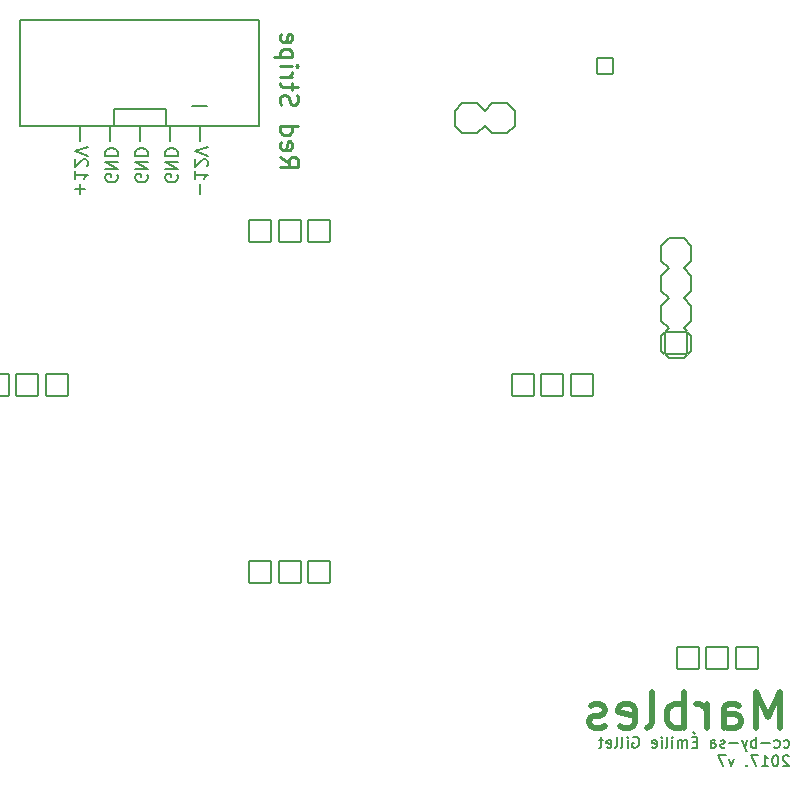
<source format=gbr>
%TF.GenerationSoftware,KiCad,Pcbnew,(6.0.11-0)*%
%TF.CreationDate,2023-03-06T21:55:09+01:00*%
%TF.ProjectId,marbles,6d617262-6c65-4732-9e6b-696361645f70,rev?*%
%TF.SameCoordinates,Original*%
%TF.FileFunction,Legend,Bot*%
%TF.FilePolarity,Positive*%
%FSLAX46Y46*%
G04 Gerber Fmt 4.6, Leading zero omitted, Abs format (unit mm)*
G04 Created by KiCad (PCBNEW (6.0.11-0)) date 2023-03-06 21:55:09*
%MOMM*%
%LPD*%
G01*
G04 APERTURE LIST*
G04 Aperture macros list*
%AMRoundRect*
0 Rectangle with rounded corners*
0 $1 Rounding radius*
0 $2 $3 $4 $5 $6 $7 $8 $9 X,Y pos of 4 corners*
0 Add a 4 corners polygon primitive as box body*
4,1,4,$2,$3,$4,$5,$6,$7,$8,$9,$2,$3,0*
0 Add four circle primitives for the rounded corners*
1,1,$1+$1,$2,$3*
1,1,$1+$1,$4,$5*
1,1,$1+$1,$6,$7*
1,1,$1+$1,$8,$9*
0 Add four rect primitives between the rounded corners*
20,1,$1+$1,$2,$3,$4,$5,0*
20,1,$1+$1,$4,$5,$6,$7,0*
20,1,$1+$1,$6,$7,$8,$9,0*
20,1,$1+$1,$8,$9,$2,$3,0*%
%AMFreePoly0*
4,1,25,0.575031,1.328373,0.579933,1.323882,1.323882,0.579933,1.345910,0.532692,1.346200,0.526051,1.346200,-0.526051,1.328373,-0.575031,1.323882,-0.579933,0.579933,-1.323882,0.532692,-1.345910,0.526051,-1.346200,-0.526051,-1.346200,-0.575031,-1.328373,-0.579933,-1.323882,-1.323882,-0.579933,-1.345910,-0.532692,-1.346200,-0.526051,-1.346200,0.526051,-1.328373,0.575031,-1.323882,0.579933,
-0.579933,1.323882,-0.532692,1.345910,-0.526051,1.346200,0.526051,1.346200,0.575031,1.328373,0.575031,1.328373,$1*%
%AMFreePoly1*
4,1,25,0.417216,0.947373,0.422118,0.942882,0.942882,0.422118,0.964910,0.374877,0.965200,0.368236,0.965200,-0.368236,0.947373,-0.417216,0.942882,-0.422118,0.422118,-0.942882,0.374877,-0.964910,0.368236,-0.965200,-0.368236,-0.965200,-0.417216,-0.947373,-0.422118,-0.942882,-0.942882,-0.422118,-0.964910,-0.374877,-0.965200,-0.368236,-0.965200,0.368236,-0.947373,0.417216,-0.942882,0.422118,
-0.422118,0.942882,-0.374877,0.964910,-0.368236,0.965200,0.368236,0.965200,0.417216,0.947373,0.417216,0.947373,$1*%
%AMFreePoly2*
4,1,25,0.301485,0.667973,0.306387,0.663482,0.663482,0.306387,0.685510,0.259146,0.685800,0.252505,0.685800,-0.252505,0.667973,-0.301485,0.663482,-0.306387,0.306387,-0.663482,0.259146,-0.685510,0.252505,-0.685800,-0.252505,-0.685800,-0.301485,-0.667973,-0.306387,-0.663482,-0.663482,-0.306387,-0.685510,-0.259146,-0.685800,-0.252505,-0.685800,0.252505,-0.667973,0.301485,-0.663482,0.306387,
-0.306387,0.663482,-0.259146,0.685510,-0.252505,0.685800,0.252505,0.685800,0.301485,0.667973,0.301485,0.667973,$1*%
%AMFreePoly3*
4,1,25,0.448779,1.023573,0.453681,1.019082,1.019082,0.453681,1.041110,0.406440,1.041400,0.399799,1.041400,-0.399799,1.023573,-0.448779,1.019082,-0.453681,0.453681,-1.019082,0.406440,-1.041110,0.399799,-1.041400,-0.399799,-1.041400,-0.448779,-1.023573,-0.453681,-1.019082,-1.019082,-0.453681,-1.041110,-0.406440,-1.041400,-0.399799,-1.041400,0.399799,-1.023573,0.448779,-1.019082,0.453681,
-0.453681,1.019082,-0.406440,1.041110,-0.399799,1.041400,0.399799,1.041400,0.448779,1.023573,0.448779,1.023573,$1*%
%AMFreePoly4*
4,1,25,0.438258,0.998173,0.443160,0.993682,0.993682,0.443160,1.015710,0.395919,1.016000,0.389278,1.016000,-0.389278,0.998173,-0.438258,0.993682,-0.443160,0.443160,-0.993682,0.395919,-1.015710,0.389278,-1.016000,-0.389278,-1.016000,-0.438258,-0.998173,-0.443160,-0.993682,-0.993682,-0.443160,-1.015710,-0.395919,-1.016000,-0.389278,-1.016000,0.389278,-0.998173,0.438258,-0.993682,0.443160,
-0.443160,0.993682,-0.395919,1.015710,-0.389278,1.016000,0.389278,1.016000,0.438258,0.998173,0.438258,0.998173,$1*%
G04 Aperture macros list end*
%ADD10C,0.152400*%
%ADD11C,0.533400*%
%ADD12C,0.190500*%
%ADD13C,0.163830*%
%ADD14C,0.266700*%
%ADD15C,0.203200*%
%ADD16RoundRect,0.076200X0.939800X-0.939800X0.939800X0.939800X-0.939800X0.939800X-0.939800X-0.939800X0*%
%ADD17FreePoly0,90.000000*%
%ADD18C,2.200000*%
%ADD19FreePoly1,180.000000*%
%ADD20C,1.258800*%
%ADD21FreePoly2,270.000000*%
%ADD22C,1.502400*%
%ADD23RoundRect,0.076200X0.675000X-0.675000X0.675000X0.675000X-0.675000X0.675000X-0.675000X-0.675000X0*%
%ADD24C,2.032000*%
%ADD25FreePoly3,180.000000*%
%ADD26C,3.000000*%
%ADD27FreePoly4,180.000000*%
%ADD28RoundRect,0.076200X-0.939800X-0.939800X0.939800X-0.939800X0.939800X0.939800X-0.939800X0.939800X0*%
G04 APERTURE END LIST*
D10*
X130721100Y-60871100D02*
X130721100Y-62141100D01*
X138341100Y-60871100D02*
X138341100Y-62141100D01*
X133261100Y-60871100D02*
X133261100Y-62141100D01*
X140881100Y-60871100D02*
X140881100Y-62141100D01*
X135801100Y-60871100D02*
X135801100Y-62141100D01*
D11*
X189979723Y-111844666D02*
X189979723Y-108822066D01*
X188972190Y-110981066D01*
X187964656Y-108822066D01*
X187964656Y-111844666D01*
X185229923Y-111844666D02*
X185229923Y-110261400D01*
X185373856Y-109973533D01*
X185661723Y-109829600D01*
X186237456Y-109829600D01*
X186525323Y-109973533D01*
X185229923Y-111700733D02*
X185517790Y-111844666D01*
X186237456Y-111844666D01*
X186525323Y-111700733D01*
X186669256Y-111412866D01*
X186669256Y-111125000D01*
X186525323Y-110837133D01*
X186237456Y-110693200D01*
X185517790Y-110693200D01*
X185229923Y-110549266D01*
X183790590Y-111844666D02*
X183790590Y-109829600D01*
X183790590Y-110405333D02*
X183646656Y-110117466D01*
X183502723Y-109973533D01*
X183214856Y-109829600D01*
X182926990Y-109829600D01*
X181919456Y-111844666D02*
X181919456Y-108822066D01*
X181919456Y-109973533D02*
X181631590Y-109829600D01*
X181055856Y-109829600D01*
X180767990Y-109973533D01*
X180624056Y-110117466D01*
X180480123Y-110405333D01*
X180480123Y-111268933D01*
X180624056Y-111556800D01*
X180767990Y-111700733D01*
X181055856Y-111844666D01*
X181631590Y-111844666D01*
X181919456Y-111700733D01*
X178752923Y-111844666D02*
X179040790Y-111700733D01*
X179184723Y-111412866D01*
X179184723Y-108822066D01*
X176449990Y-111700733D02*
X176737856Y-111844666D01*
X177313590Y-111844666D01*
X177601456Y-111700733D01*
X177745390Y-111412866D01*
X177745390Y-110261400D01*
X177601456Y-109973533D01*
X177313590Y-109829600D01*
X176737856Y-109829600D01*
X176449990Y-109973533D01*
X176306056Y-110261400D01*
X176306056Y-110549266D01*
X177745390Y-110837133D01*
X175154590Y-111700733D02*
X174866723Y-111844666D01*
X174290990Y-111844666D01*
X174003123Y-111700733D01*
X173859190Y-111412866D01*
X173859190Y-111268933D01*
X174003123Y-110981066D01*
X174290990Y-110837133D01*
X174722790Y-110837133D01*
X175010656Y-110693200D01*
X175154590Y-110405333D01*
X175154590Y-110261400D01*
X175010656Y-109973533D01*
X174722790Y-109829600D01*
X174290990Y-109829600D01*
X174003123Y-109973533D01*
D12*
X138976100Y-65049853D02*
X139027504Y-65152663D01*
X139027504Y-65306877D01*
X138976100Y-65461091D01*
X138873290Y-65563901D01*
X138770480Y-65615305D01*
X138564861Y-65666710D01*
X138410647Y-65666710D01*
X138205028Y-65615305D01*
X138102219Y-65563901D01*
X137999409Y-65461091D01*
X137948004Y-65306877D01*
X137948004Y-65204067D01*
X137999409Y-65049853D01*
X138050814Y-64998448D01*
X138410647Y-64998448D01*
X138410647Y-65204067D01*
X137948004Y-64535805D02*
X139027504Y-64535805D01*
X137948004Y-63918948D01*
X139027504Y-63918948D01*
X137948004Y-63404901D02*
X139027504Y-63404901D01*
X139027504Y-63147877D01*
X138976100Y-62993663D01*
X138873290Y-62890853D01*
X138770480Y-62839448D01*
X138564861Y-62788044D01*
X138410647Y-62788044D01*
X138205028Y-62839448D01*
X138102219Y-62890853D01*
X137999409Y-62993663D01*
X137948004Y-63147877D01*
X137948004Y-63404901D01*
X133896100Y-65049853D02*
X133947504Y-65152663D01*
X133947504Y-65306877D01*
X133896100Y-65461091D01*
X133793290Y-65563901D01*
X133690480Y-65615305D01*
X133484861Y-65666710D01*
X133330647Y-65666710D01*
X133125028Y-65615305D01*
X133022219Y-65563901D01*
X132919409Y-65461091D01*
X132868004Y-65306877D01*
X132868004Y-65204067D01*
X132919409Y-65049853D01*
X132970814Y-64998448D01*
X133330647Y-64998448D01*
X133330647Y-65204067D01*
X132868004Y-64535805D02*
X133947504Y-64535805D01*
X132868004Y-63918948D01*
X133947504Y-63918948D01*
X132868004Y-63404901D02*
X133947504Y-63404901D01*
X133947504Y-63147877D01*
X133896100Y-62993663D01*
X133793290Y-62890853D01*
X133690480Y-62839448D01*
X133484861Y-62788044D01*
X133330647Y-62788044D01*
X133125028Y-62839448D01*
X133022219Y-62890853D01*
X132919409Y-62993663D01*
X132868004Y-63147877D01*
X132868004Y-63404901D01*
D13*
X190762778Y-114279438D02*
X190718570Y-114235230D01*
X190630153Y-114191021D01*
X190409113Y-114191021D01*
X190320697Y-114235230D01*
X190276489Y-114279438D01*
X190232280Y-114367854D01*
X190232280Y-114456270D01*
X190276489Y-114588894D01*
X190806986Y-115119391D01*
X190232280Y-115119391D01*
X189657575Y-114191021D02*
X189569159Y-114191021D01*
X189480743Y-114235230D01*
X189436535Y-114279438D01*
X189392327Y-114367854D01*
X189348119Y-114544686D01*
X189348119Y-114765727D01*
X189392327Y-114942559D01*
X189436535Y-115030975D01*
X189480743Y-115075183D01*
X189569159Y-115119391D01*
X189657575Y-115119391D01*
X189745991Y-115075183D01*
X189790200Y-115030975D01*
X189834408Y-114942559D01*
X189878616Y-114765727D01*
X189878616Y-114544686D01*
X189834408Y-114367854D01*
X189790200Y-114279438D01*
X189745991Y-114235230D01*
X189657575Y-114191021D01*
X188463957Y-115119391D02*
X188994454Y-115119391D01*
X188729205Y-115119391D02*
X188729205Y-114191021D01*
X188817621Y-114323646D01*
X188906038Y-114412062D01*
X188994454Y-114456270D01*
X188154500Y-114191021D02*
X187535587Y-114191021D01*
X187933460Y-115119391D01*
X187181922Y-115030975D02*
X187137714Y-115075183D01*
X187181922Y-115119391D01*
X187226130Y-115075183D01*
X187181922Y-115030975D01*
X187181922Y-115119391D01*
X186120928Y-114500478D02*
X185899887Y-115119391D01*
X185678847Y-114500478D01*
X185413598Y-114191021D02*
X184794685Y-114191021D01*
X185192558Y-115119391D01*
D12*
X136436100Y-65049853D02*
X136487504Y-65152663D01*
X136487504Y-65306877D01*
X136436100Y-65461091D01*
X136333290Y-65563901D01*
X136230480Y-65615305D01*
X136024861Y-65666710D01*
X135870647Y-65666710D01*
X135665028Y-65615305D01*
X135562219Y-65563901D01*
X135459409Y-65461091D01*
X135408004Y-65306877D01*
X135408004Y-65204067D01*
X135459409Y-65049853D01*
X135510814Y-64998448D01*
X135870647Y-64998448D01*
X135870647Y-65204067D01*
X135408004Y-64535805D02*
X136487504Y-64535805D01*
X135408004Y-63918948D01*
X136487504Y-63918948D01*
X135408004Y-63404901D02*
X136487504Y-63404901D01*
X136487504Y-63147877D01*
X136436100Y-62993663D01*
X136333290Y-62890853D01*
X136230480Y-62839448D01*
X136024861Y-62788044D01*
X135870647Y-62788044D01*
X135665028Y-62839448D01*
X135562219Y-62890853D01*
X135459409Y-62993663D01*
X135408004Y-63147877D01*
X135408004Y-63404901D01*
D14*
X147696766Y-63512488D02*
X148416433Y-64016255D01*
X147696766Y-64376088D02*
X149208066Y-64376088D01*
X149208066Y-63800355D01*
X149136100Y-63656421D01*
X149064133Y-63584455D01*
X148920200Y-63512488D01*
X148704300Y-63512488D01*
X148560366Y-63584455D01*
X148488400Y-63656421D01*
X148416433Y-63800355D01*
X148416433Y-64376088D01*
X147768733Y-62289055D02*
X147696766Y-62432988D01*
X147696766Y-62720855D01*
X147768733Y-62864788D01*
X147912666Y-62936755D01*
X148488400Y-62936755D01*
X148632333Y-62864788D01*
X148704300Y-62720855D01*
X148704300Y-62432988D01*
X148632333Y-62289055D01*
X148488400Y-62217088D01*
X148344466Y-62217088D01*
X148200533Y-62936755D01*
X147696766Y-60921688D02*
X149208066Y-60921688D01*
X147768733Y-60921688D02*
X147696766Y-61065621D01*
X147696766Y-61353488D01*
X147768733Y-61497421D01*
X147840700Y-61569388D01*
X147984633Y-61641355D01*
X148416433Y-61641355D01*
X148560366Y-61569388D01*
X148632333Y-61497421D01*
X148704300Y-61353488D01*
X148704300Y-61065621D01*
X148632333Y-60921688D01*
X147768733Y-59122521D02*
X147696766Y-58906621D01*
X147696766Y-58546788D01*
X147768733Y-58402855D01*
X147840700Y-58330888D01*
X147984633Y-58258921D01*
X148128566Y-58258921D01*
X148272500Y-58330888D01*
X148344466Y-58402855D01*
X148416433Y-58546788D01*
X148488400Y-58834655D01*
X148560366Y-58978588D01*
X148632333Y-59050555D01*
X148776266Y-59122521D01*
X148920200Y-59122521D01*
X149064133Y-59050555D01*
X149136100Y-58978588D01*
X149208066Y-58834655D01*
X149208066Y-58474821D01*
X149136100Y-58258921D01*
X148704300Y-57827121D02*
X148704300Y-57251388D01*
X149208066Y-57611221D02*
X147912666Y-57611221D01*
X147768733Y-57539255D01*
X147696766Y-57395321D01*
X147696766Y-57251388D01*
X147696766Y-56747621D02*
X148704300Y-56747621D01*
X148416433Y-56747621D02*
X148560366Y-56675655D01*
X148632333Y-56603688D01*
X148704300Y-56459755D01*
X148704300Y-56315821D01*
X147696766Y-55812055D02*
X148704300Y-55812055D01*
X149208066Y-55812055D02*
X149136100Y-55884021D01*
X149064133Y-55812055D01*
X149136100Y-55740088D01*
X149208066Y-55812055D01*
X149064133Y-55812055D01*
X148704300Y-55092388D02*
X147193000Y-55092388D01*
X148632333Y-55092388D02*
X148704300Y-54948455D01*
X148704300Y-54660588D01*
X148632333Y-54516655D01*
X148560366Y-54444688D01*
X148416433Y-54372721D01*
X147984633Y-54372721D01*
X147840700Y-54444688D01*
X147768733Y-54516655D01*
X147696766Y-54660588D01*
X147696766Y-54948455D01*
X147768733Y-55092388D01*
X147768733Y-53149288D02*
X147696766Y-53293221D01*
X147696766Y-53581088D01*
X147768733Y-53725021D01*
X147912666Y-53796988D01*
X148488400Y-53796988D01*
X148632333Y-53725021D01*
X148704300Y-53581088D01*
X148704300Y-53293221D01*
X148632333Y-53149288D01*
X148488400Y-53077321D01*
X148344466Y-53077321D01*
X148200533Y-53796988D01*
D13*
X190320697Y-113487683D02*
X190409113Y-113531891D01*
X190585945Y-113531891D01*
X190674361Y-113487683D01*
X190718570Y-113443475D01*
X190762778Y-113355059D01*
X190762778Y-113089810D01*
X190718570Y-113001394D01*
X190674361Y-112957186D01*
X190585945Y-112912978D01*
X190409113Y-112912978D01*
X190320697Y-112957186D01*
X189524951Y-113487683D02*
X189613367Y-113531891D01*
X189790200Y-113531891D01*
X189878616Y-113487683D01*
X189922824Y-113443475D01*
X189967032Y-113355059D01*
X189967032Y-113089810D01*
X189922824Y-113001394D01*
X189878616Y-112957186D01*
X189790200Y-112912978D01*
X189613367Y-112912978D01*
X189524951Y-112957186D01*
X189127078Y-113178227D02*
X188419749Y-113178227D01*
X187977668Y-113531891D02*
X187977668Y-112603521D01*
X187977668Y-112957186D02*
X187889251Y-112912978D01*
X187712419Y-112912978D01*
X187624003Y-112957186D01*
X187579795Y-113001394D01*
X187535587Y-113089810D01*
X187535587Y-113355059D01*
X187579795Y-113443475D01*
X187624003Y-113487683D01*
X187712419Y-113531891D01*
X187889251Y-113531891D01*
X187977668Y-113487683D01*
X187226130Y-112912978D02*
X187005090Y-113531891D01*
X186784049Y-112912978D02*
X187005090Y-113531891D01*
X187093506Y-113752932D01*
X187137714Y-113797140D01*
X187226130Y-113841348D01*
X186430384Y-113178227D02*
X185723055Y-113178227D01*
X185325182Y-113487683D02*
X185236766Y-113531891D01*
X185059933Y-113531891D01*
X184971517Y-113487683D01*
X184927309Y-113399267D01*
X184927309Y-113355059D01*
X184971517Y-113266643D01*
X185059933Y-113222435D01*
X185192558Y-113222435D01*
X185280974Y-113178227D01*
X185325182Y-113089810D01*
X185325182Y-113045602D01*
X185280974Y-112957186D01*
X185192558Y-112912978D01*
X185059933Y-112912978D01*
X184971517Y-112957186D01*
X184131563Y-113531891D02*
X184131563Y-113045602D01*
X184175771Y-112957186D01*
X184264188Y-112912978D01*
X184441020Y-112912978D01*
X184529436Y-112957186D01*
X184131563Y-113487683D02*
X184219980Y-113531891D01*
X184441020Y-113531891D01*
X184529436Y-113487683D01*
X184573644Y-113399267D01*
X184573644Y-113310851D01*
X184529436Y-113222435D01*
X184441020Y-113178227D01*
X184219980Y-113178227D01*
X184131563Y-113134019D01*
X182982153Y-113045602D02*
X182672696Y-113045602D01*
X182540072Y-113531891D02*
X182982153Y-113531891D01*
X182982153Y-112603521D01*
X182540072Y-112603521D01*
X182672696Y-112249857D02*
X182805320Y-112382481D01*
X182142199Y-113531891D02*
X182142199Y-112912978D01*
X182142199Y-113001394D02*
X182097991Y-112957186D01*
X182009575Y-112912978D01*
X181876950Y-112912978D01*
X181788534Y-112957186D01*
X181744326Y-113045602D01*
X181744326Y-113531891D01*
X181744326Y-113045602D02*
X181700118Y-112957186D01*
X181611702Y-112912978D01*
X181479078Y-112912978D01*
X181390661Y-112957186D01*
X181346453Y-113045602D01*
X181346453Y-113531891D01*
X180904372Y-113531891D02*
X180904372Y-112912978D01*
X180904372Y-112603521D02*
X180948580Y-112647730D01*
X180904372Y-112691938D01*
X180860164Y-112647730D01*
X180904372Y-112603521D01*
X180904372Y-112691938D01*
X180329667Y-113531891D02*
X180418083Y-113487683D01*
X180462291Y-113399267D01*
X180462291Y-112603521D01*
X179976002Y-113531891D02*
X179976002Y-112912978D01*
X179976002Y-112603521D02*
X180020210Y-112647730D01*
X179976002Y-112691938D01*
X179931794Y-112647730D01*
X179976002Y-112603521D01*
X179976002Y-112691938D01*
X179180257Y-113487683D02*
X179268673Y-113531891D01*
X179445505Y-113531891D01*
X179533921Y-113487683D01*
X179578130Y-113399267D01*
X179578130Y-113045602D01*
X179533921Y-112957186D01*
X179445505Y-112912978D01*
X179268673Y-112912978D01*
X179180257Y-112957186D01*
X179136049Y-113045602D01*
X179136049Y-113134019D01*
X179578130Y-113222435D01*
X177544557Y-112647730D02*
X177632973Y-112603521D01*
X177765598Y-112603521D01*
X177898222Y-112647730D01*
X177986638Y-112736146D01*
X178030846Y-112824562D01*
X178075054Y-113001394D01*
X178075054Y-113134019D01*
X178030846Y-113310851D01*
X177986638Y-113399267D01*
X177898222Y-113487683D01*
X177765598Y-113531891D01*
X177677181Y-113531891D01*
X177544557Y-113487683D01*
X177500349Y-113443475D01*
X177500349Y-113134019D01*
X177677181Y-113134019D01*
X177102476Y-113531891D02*
X177102476Y-112912978D01*
X177102476Y-112603521D02*
X177146684Y-112647730D01*
X177102476Y-112691938D01*
X177058268Y-112647730D01*
X177102476Y-112603521D01*
X177102476Y-112691938D01*
X176527771Y-113531891D02*
X176616187Y-113487683D01*
X176660395Y-113399267D01*
X176660395Y-112603521D01*
X176041482Y-113531891D02*
X176129898Y-113487683D01*
X176174106Y-113399267D01*
X176174106Y-112603521D01*
X175334152Y-113487683D02*
X175422569Y-113531891D01*
X175599401Y-113531891D01*
X175687817Y-113487683D01*
X175732025Y-113399267D01*
X175732025Y-113045602D01*
X175687817Y-112957186D01*
X175599401Y-112912978D01*
X175422569Y-112912978D01*
X175334152Y-112957186D01*
X175289944Y-113045602D01*
X175289944Y-113134019D01*
X175732025Y-113222435D01*
X175024696Y-112912978D02*
X174671031Y-112912978D01*
X174892071Y-112603521D02*
X174892071Y-113399267D01*
X174847863Y-113487683D01*
X174759447Y-113531891D01*
X174671031Y-113531891D01*
D12*
X130739242Y-66643401D02*
X130739242Y-65820925D01*
X130328004Y-66232163D02*
X131150480Y-66232163D01*
X130328004Y-64741425D02*
X130328004Y-65358282D01*
X130328004Y-65049853D02*
X131407504Y-65049853D01*
X131253290Y-65152663D01*
X131150480Y-65255472D01*
X131099076Y-65358282D01*
X131304695Y-64330186D02*
X131356100Y-64278782D01*
X131407504Y-64175972D01*
X131407504Y-63918948D01*
X131356100Y-63816139D01*
X131304695Y-63764734D01*
X131201885Y-63713329D01*
X131099076Y-63713329D01*
X130944861Y-63764734D01*
X130328004Y-64381591D01*
X130328004Y-63713329D01*
X131407504Y-63404901D02*
X130328004Y-63045067D01*
X131407504Y-62685234D01*
X140899242Y-66643401D02*
X140899242Y-65820925D01*
X140488004Y-64741425D02*
X140488004Y-65358282D01*
X140488004Y-65049853D02*
X141567504Y-65049853D01*
X141413290Y-65152663D01*
X141310480Y-65255472D01*
X141259076Y-65358282D01*
X141464695Y-64330186D02*
X141516100Y-64278782D01*
X141567504Y-64175972D01*
X141567504Y-63918948D01*
X141516100Y-63816139D01*
X141464695Y-63764734D01*
X141361885Y-63713329D01*
X141259076Y-63713329D01*
X141104861Y-63764734D01*
X140488004Y-64381591D01*
X140488004Y-63713329D01*
X141567504Y-63404901D02*
X140488004Y-63045067D01*
X141567504Y-62685234D01*
D15*
%TO.C,JP2*%
X166916100Y-61506100D02*
X167551100Y-60871100D01*
X167551100Y-59601100D02*
X166916100Y-58966100D01*
X167551100Y-60871100D02*
X167551100Y-59601100D01*
X166916100Y-58966100D02*
X165646100Y-58966100D01*
X163106100Y-61506100D02*
X162471100Y-60871100D01*
X165011100Y-59601100D02*
X164376100Y-58966100D01*
X165646100Y-58966100D02*
X165011100Y-59601100D01*
X162471100Y-59601100D02*
X163106100Y-58966100D01*
X165011100Y-60871100D02*
X165646100Y-61506100D01*
X164376100Y-61506100D02*
X165011100Y-60871100D01*
X165646100Y-61506100D02*
X166916100Y-61506100D01*
X163106100Y-61506100D02*
X164376100Y-61506100D01*
X162471100Y-60871100D02*
X162471100Y-59601100D01*
X164376100Y-58966100D02*
X163106100Y-58966100D01*
%TO.C,JP4*%
X133601100Y-60926100D02*
X138001100Y-60926100D01*
X145901100Y-51926100D02*
X125701100Y-51926100D01*
X138001100Y-60926100D02*
X138001100Y-59426100D01*
X125701100Y-60926100D02*
X133601100Y-60926100D01*
X145901100Y-60926100D02*
X145901100Y-52026100D01*
X138001100Y-59426100D02*
X133601100Y-59426100D01*
X133601100Y-59426100D02*
X133601100Y-60926100D01*
X141516100Y-59201100D02*
X140246100Y-59201100D01*
X138001100Y-60926100D02*
X145901100Y-60926100D01*
X125701100Y-51926100D02*
X125701100Y-60926100D01*
%TO.C,JP1*%
X180568600Y-75476100D02*
X179933600Y-76111100D01*
X180568600Y-72936100D02*
X179933600Y-73571100D01*
X180568600Y-72936100D02*
X179933600Y-72301100D01*
X182473600Y-73571100D02*
X181838600Y-72936100D01*
X180568600Y-70396100D02*
X179933600Y-71031100D01*
X179933600Y-77381100D02*
X180568600Y-78016100D01*
X179933600Y-76111100D02*
X179933600Y-77381100D01*
X181838600Y-78016100D02*
X182473600Y-77381100D01*
X179933600Y-74841100D02*
X180568600Y-75476100D01*
X182473600Y-77381100D02*
X182473600Y-76111100D01*
X179933600Y-73571100D02*
X179933600Y-74841100D01*
X181838600Y-80556100D02*
X180568600Y-80556100D01*
X182473600Y-72301100D02*
X181838600Y-72936100D01*
X182473600Y-72301100D02*
X182473600Y-71031100D01*
X182473600Y-76111100D02*
X181838600Y-75476100D01*
X180568600Y-78016100D02*
X179933600Y-78651100D01*
X182473600Y-74841100D02*
X182473600Y-73571100D01*
X179933600Y-71031100D02*
X179933600Y-72301100D01*
X182473600Y-78651100D02*
X181838600Y-78016100D01*
X182473600Y-71031100D02*
X181838600Y-70396100D01*
X180568600Y-80556100D02*
X179933600Y-79921100D01*
X182473600Y-79921100D02*
X181838600Y-80556100D01*
X179933600Y-78651100D02*
X179933600Y-79921100D01*
X181838600Y-75476100D02*
X182473600Y-74841100D01*
X181838600Y-70396100D02*
X180568600Y-70396100D01*
X182473600Y-79921100D02*
X182473600Y-78651100D01*
%TD*%
%LPC*%
D16*
%TO.C,R38*%
X165129800Y-121211100D03*
X162629800Y-121211100D03*
X160129800Y-121211100D03*
D17*
X167329800Y-114211100D03*
X157929800Y-114211100D03*
%TD*%
D16*
%TO.C,R14*%
X173226100Y-82793600D03*
X170726100Y-82793600D03*
X168226100Y-82793600D03*
D17*
X175426100Y-75793600D03*
X166026100Y-75793600D03*
%TD*%
D18*
%TO.C,J11*%
X124371100Y-151676100D03*
D19*
X124371100Y-145961100D03*
X124371100Y-148501100D03*
X124371100Y-156121100D03*
%TD*%
D18*
%TO.C,J7*%
X160566100Y-137071100D03*
D19*
X160566100Y-131356100D03*
X160566100Y-133896100D03*
X160566100Y-141516100D03*
%TD*%
D20*
%TO.C,LED5*%
X151040000Y-114500000D03*
X148500000Y-114500000D03*
X145960000Y-114500000D03*
%TD*%
D16*
%TO.C,R16*%
X151001100Y-98668600D03*
X148501100Y-98668600D03*
X146001100Y-98668600D03*
D17*
X153201100Y-91668600D03*
X143801100Y-91668600D03*
%TD*%
D16*
%TO.C,R13*%
X128776100Y-82793600D03*
X126276100Y-82793600D03*
X123776100Y-82793600D03*
D17*
X130976100Y-75793600D03*
X121576100Y-75793600D03*
%TD*%
D21*
%TO.C,LED10*%
X155000000Y-144056100D03*
X155000000Y-146596100D03*
%TD*%
D16*
%TO.C,R4*%
X151001100Y-69776100D03*
X148501100Y-69776100D03*
X146001100Y-69776100D03*
D17*
X153201100Y-62776100D03*
X143801100Y-62776100D03*
%TD*%
D21*
%TO.C,LED8*%
X131000000Y-144030000D03*
X131000000Y-146570000D03*
%TD*%
D18*
%TO.C,J16*%
X184696100Y-151676100D03*
D19*
X184696100Y-145961100D03*
X184696100Y-148501100D03*
X184696100Y-156121100D03*
%TD*%
D21*
%TO.C,LED6*%
X107000000Y-144030000D03*
X107000000Y-146570000D03*
%TD*%
D16*
%TO.C,R37*%
X136872400Y-121211100D03*
X134372400Y-121211100D03*
X131872400Y-121211100D03*
D17*
X139072400Y-114211100D03*
X129672400Y-114211100D03*
%TD*%
D22*
%TO.C,SW1*%
X121791100Y-55831100D03*
X121791100Y-60831100D03*
D23*
X116791100Y-55831100D03*
D22*
X116291100Y-58331100D03*
X122291100Y-58331100D03*
X116791100Y-60831100D03*
%TD*%
D18*
%TO.C,J4*%
X124371100Y-137071100D03*
D19*
X124371100Y-131356100D03*
X124371100Y-133896100D03*
X124371100Y-141516100D03*
%TD*%
D18*
%TO.C,J9*%
X184696100Y-137071100D03*
D19*
X184696100Y-131356100D03*
X184696100Y-133896100D03*
X184696100Y-141516100D03*
%TD*%
D21*
%TO.C,LED12*%
X179250000Y-144030000D03*
X179250000Y-146570000D03*
%TD*%
%TO.C,LED11*%
X167100000Y-143980000D03*
X167100000Y-146520000D03*
%TD*%
D18*
%TO.C,J1*%
X112306100Y-122466100D03*
D19*
X112306100Y-116751100D03*
X112306100Y-119291100D03*
X112306100Y-126911100D03*
%TD*%
D24*
%TO.C,SW6*%
X164299900Y-97980500D03*
X170802300Y-97980500D03*
X164299900Y-102501700D03*
X170802300Y-102501700D03*
%TD*%
D18*
%TO.C,J12*%
X136436100Y-151676100D03*
D19*
X136436100Y-145961100D03*
X136436100Y-148501100D03*
X136436100Y-156121100D03*
%TD*%
D21*
%TO.C,LED9*%
X143000000Y-143980000D03*
X143000000Y-146520000D03*
%TD*%
D24*
%TO.C,SW3*%
X112026700Y-76034900D03*
X112026700Y-82537300D03*
X107505500Y-76034900D03*
X107505500Y-82537300D03*
%TD*%
D20*
%TO.C,LED1*%
X112340000Y-68100000D03*
X109800000Y-68100000D03*
X107260000Y-68100000D03*
%TD*%
%TO.C,LED4*%
X170040000Y-93000000D03*
X167500000Y-93000000D03*
X164960000Y-93000000D03*
%TD*%
D24*
%TO.C,SW4*%
X184975500Y-82537300D03*
X184975500Y-76034900D03*
X189496700Y-82537300D03*
X189496700Y-76034900D03*
%TD*%
D20*
%TO.C,LED2*%
X189740000Y-68100000D03*
X187200000Y-68100000D03*
X184660000Y-68100000D03*
%TD*%
D24*
%TO.C,SW5*%
X126199900Y-97980500D03*
X132702300Y-97980500D03*
X126199900Y-102501700D03*
X132702300Y-102501700D03*
%TD*%
D18*
%TO.C,J6*%
X148501100Y-137071100D03*
D19*
X148501100Y-131356100D03*
X148501100Y-133896100D03*
X148501100Y-141516100D03*
%TD*%
D22*
%TO.C,SW2*%
X180211100Y-55831100D03*
X180211100Y-60831100D03*
D23*
X175211100Y-55831100D03*
D22*
X174711100Y-58331100D03*
X180711100Y-58331100D03*
X175211100Y-60831100D03*
%TD*%
D25*
%TO.C,IC1*%
X111353600Y-60871100D03*
X111353600Y-58331100D03*
X111353600Y-55791100D03*
%TD*%
D16*
%TO.C,R21*%
X187196100Y-105971100D03*
X184696100Y-105971100D03*
X182196100Y-105971100D03*
D17*
X189396100Y-98971100D03*
X179996100Y-98971100D03*
%TD*%
D26*
%TO.C,H3*%
X185331100Y-86906100D03*
%TD*%
D20*
%TO.C,LED3*%
X132040000Y-93000000D03*
X129500000Y-93000000D03*
X126960000Y-93000000D03*
%TD*%
D18*
%TO.C,J15*%
X172631100Y-151676100D03*
D19*
X172631100Y-145961100D03*
X172631100Y-148501100D03*
X172631100Y-156121100D03*
%TD*%
D18*
%TO.C,J8*%
X172631100Y-137071100D03*
D19*
X172631100Y-131356100D03*
X172631100Y-133896100D03*
X172631100Y-141516100D03*
%TD*%
D18*
%TO.C,J5*%
X136436100Y-137071100D03*
D19*
X136436100Y-131356100D03*
X136436100Y-133896100D03*
X136436100Y-141516100D03*
%TD*%
D18*
%TO.C,J14*%
X160566100Y-151676100D03*
D19*
X160566100Y-145961100D03*
X160566100Y-148501100D03*
X160566100Y-156121100D03*
%TD*%
D18*
%TO.C,J3*%
X112306100Y-137071100D03*
D19*
X112306100Y-131356100D03*
X112306100Y-133896100D03*
X112306100Y-141516100D03*
%TD*%
D24*
%TO.C,SW7*%
X146240500Y-111112300D03*
X146240500Y-104609900D03*
X150761700Y-111112300D03*
X150761700Y-104609900D03*
%TD*%
D16*
%TO.C,R20*%
X114806100Y-105971100D03*
X112306100Y-105971100D03*
X109806100Y-105971100D03*
D17*
X117006100Y-98971100D03*
X107606100Y-98971100D03*
%TD*%
D21*
%TO.C,LED7*%
X119000000Y-144056100D03*
X119000000Y-146596100D03*
%TD*%
D18*
%TO.C,J2*%
X184696100Y-122466100D03*
D19*
X184696100Y-116751100D03*
X184696100Y-119291100D03*
X184696100Y-126911100D03*
%TD*%
D26*
%TO.C,H5*%
X111036100Y-112306100D03*
%TD*%
D18*
%TO.C,J10*%
X112306100Y-151676100D03*
D19*
X112306100Y-145961100D03*
X112306100Y-148501100D03*
X112306100Y-156121100D03*
%TD*%
D18*
%TO.C,J13*%
X148501100Y-151676100D03*
D19*
X148501100Y-145961100D03*
X148501100Y-148501100D03*
X148501100Y-156121100D03*
%TD*%
D24*
%TO.C,JP2*%
X163741100Y-60236100D03*
X166281100Y-60236100D03*
%TD*%
D27*
%TO.C,JP4*%
X140881100Y-57696100D03*
X140881100Y-55156100D03*
X138341100Y-57696100D03*
X138341100Y-55156100D03*
X135801100Y-57696100D03*
X135801100Y-55156100D03*
X133261100Y-57696100D03*
X133261100Y-55156100D03*
X130721100Y-57696100D03*
X130721100Y-55156100D03*
%TD*%
D28*
%TO.C,JP1*%
X181203600Y-79286100D03*
D24*
X181203600Y-76746100D03*
X181203600Y-74206100D03*
X181203600Y-71666100D03*
%TD*%
M02*

</source>
